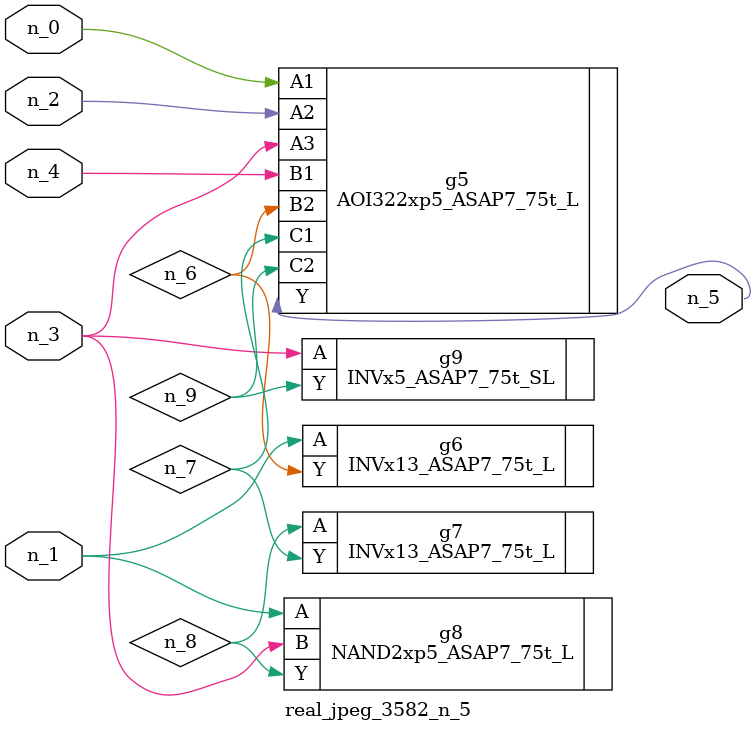
<source format=v>
module real_jpeg_3582_n_5 (n_4, n_0, n_1, n_2, n_3, n_5);

input n_4;
input n_0;
input n_1;
input n_2;
input n_3;

output n_5;

wire n_8;
wire n_6;
wire n_7;
wire n_9;

AOI322xp5_ASAP7_75t_L g5 ( 
.A1(n_0),
.A2(n_2),
.A3(n_3),
.B1(n_4),
.B2(n_6),
.C1(n_7),
.C2(n_9),
.Y(n_5)
);

INVx13_ASAP7_75t_L g6 ( 
.A(n_1),
.Y(n_6)
);

NAND2xp5_ASAP7_75t_L g8 ( 
.A(n_1),
.B(n_3),
.Y(n_8)
);

INVx5_ASAP7_75t_SL g9 ( 
.A(n_3),
.Y(n_9)
);

INVx13_ASAP7_75t_L g7 ( 
.A(n_8),
.Y(n_7)
);


endmodule
</source>
